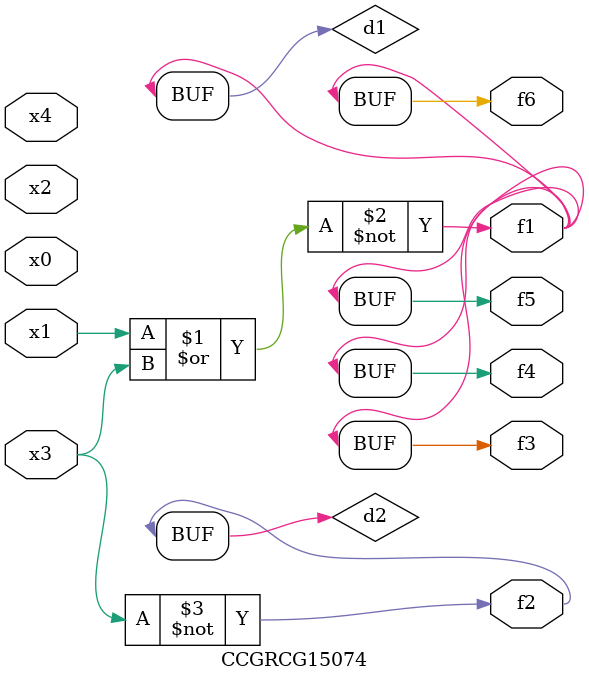
<source format=v>
module CCGRCG15074(
	input x0, x1, x2, x3, x4,
	output f1, f2, f3, f4, f5, f6
);

	wire d1, d2;

	nor (d1, x1, x3);
	not (d2, x3);
	assign f1 = d1;
	assign f2 = d2;
	assign f3 = d1;
	assign f4 = d1;
	assign f5 = d1;
	assign f6 = d1;
endmodule

</source>
